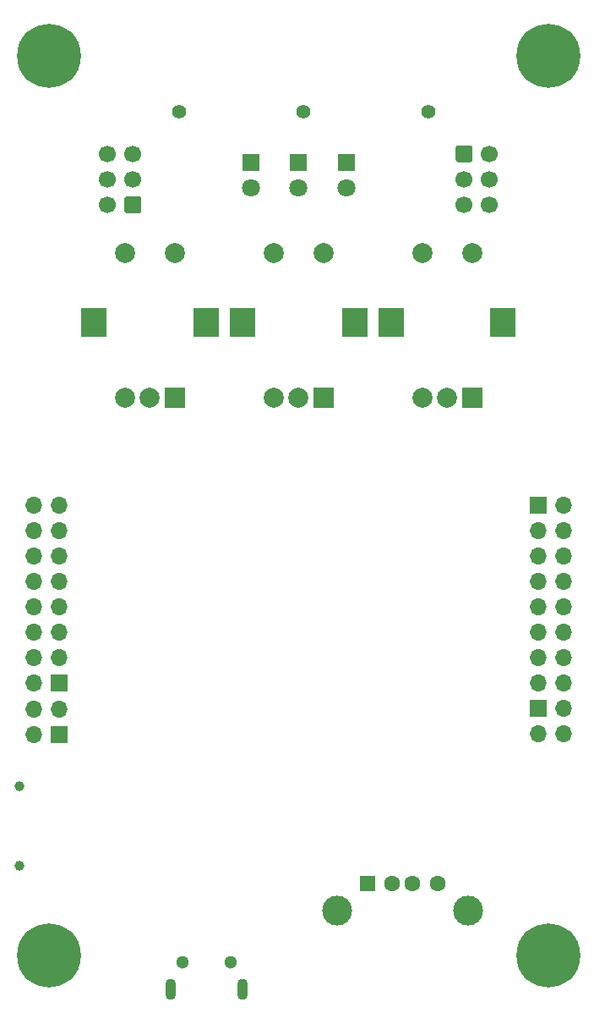
<source format=gbr>
%TF.GenerationSoftware,KiCad,Pcbnew,(5.1.8-0-10_14)*%
%TF.CreationDate,2021-03-24T11:52:58+01:00*%
%TF.ProjectId,KLST_TINY,4b4c5354-5f54-4494-9e59-2e6b69636164,0.1*%
%TF.SameCoordinates,Original*%
%TF.FileFunction,Soldermask,Bot*%
%TF.FilePolarity,Negative*%
%FSLAX46Y46*%
G04 Gerber Fmt 4.6, Leading zero omitted, Abs format (unit mm)*
G04 Created by KiCad (PCBNEW (5.1.8-0-10_14)) date 2021-03-24 11:52:58*
%MOMM*%
%LPD*%
G01*
G04 APERTURE LIST*
%ADD10C,1.400000*%
%ADD11O,1.700000X1.700000*%
%ADD12R,1.700000X1.700000*%
%ADD13C,1.700000*%
%ADD14O,1.070000X2.140000*%
%ADD15C,1.300000*%
%ADD16C,1.000000*%
%ADD17C,1.800000*%
%ADD18R,1.800000X1.800000*%
%ADD19C,1.600000*%
%ADD20R,1.600000X1.500000*%
%ADD21C,3.000000*%
%ADD22R,2.000000X2.000000*%
%ADD23C,2.000000*%
%ADD24R,2.500000X3.000000*%
%ADD25C,0.800000*%
%ADD26C,6.400000*%
G04 APERTURE END LIST*
D10*
%TO.C,J8*%
X142000000Y-63600000D03*
%TD*%
%TO.C,J7*%
X129500000Y-63600000D03*
%TD*%
%TO.C,J6*%
X117000000Y-63600000D03*
%TD*%
D11*
%TO.C,J13*%
X102460000Y-123340000D03*
X105000000Y-123340000D03*
X102460000Y-125880000D03*
D12*
X105000000Y-125880000D03*
%TD*%
D11*
%TO.C,J11*%
X155540000Y-125860000D03*
X153000000Y-125860000D03*
X155540000Y-123320000D03*
D12*
X153000000Y-123320000D03*
%TD*%
D13*
%TO.C,J12*%
X109860000Y-67820000D03*
X109860000Y-70360000D03*
X109860000Y-72900000D03*
X112400000Y-67820000D03*
X112400000Y-70360000D03*
G36*
G01*
X113250000Y-72300000D02*
X113250000Y-73500000D01*
G75*
G02*
X113000000Y-73750000I-250000J0D01*
G01*
X111800000Y-73750000D01*
G75*
G02*
X111550000Y-73500000I0J250000D01*
G01*
X111550000Y-72300000D01*
G75*
G02*
X111800000Y-72050000I250000J0D01*
G01*
X113000000Y-72050000D01*
G75*
G02*
X113250000Y-72300000I0J-250000D01*
G01*
G37*
%TD*%
D11*
%TO.C,J9*%
X102460000Y-103000000D03*
X105000000Y-103000000D03*
X102460000Y-105540000D03*
X105000000Y-105540000D03*
X102460000Y-108080000D03*
X105000000Y-108080000D03*
X102460000Y-110620000D03*
X105000000Y-110620000D03*
X102460000Y-113160000D03*
X105000000Y-113160000D03*
X102460000Y-115700000D03*
X105000000Y-115700000D03*
X102460000Y-118240000D03*
X105000000Y-118240000D03*
X102460000Y-120780000D03*
D12*
X105000000Y-120780000D03*
%TD*%
D11*
%TO.C,J4*%
X155540000Y-120780000D03*
X153000000Y-120780000D03*
X155540000Y-118240000D03*
X153000000Y-118240000D03*
X155540000Y-115700000D03*
X153000000Y-115700000D03*
X155540000Y-113160000D03*
X153000000Y-113160000D03*
X155540000Y-110620000D03*
X153000000Y-110620000D03*
X155540000Y-108080000D03*
X153000000Y-108080000D03*
X155540000Y-105540000D03*
X153000000Y-105540000D03*
X155540000Y-103000000D03*
D12*
X153000000Y-103000000D03*
%TD*%
D14*
%TO.C,J3*%
X123400000Y-151350000D03*
X116200000Y-151350000D03*
D15*
X122225000Y-148700000D03*
X117375000Y-148700000D03*
%TD*%
D16*
%TO.C,J1*%
X101000000Y-131050000D03*
X101000000Y-139050000D03*
%TD*%
D13*
%TO.C,J10*%
X148140000Y-72880000D03*
X148140000Y-70340000D03*
X148140000Y-67800000D03*
X145600000Y-72880000D03*
X145600000Y-70340000D03*
G36*
G01*
X144750000Y-68400000D02*
X144750000Y-67200000D01*
G75*
G02*
X145000000Y-66950000I250000J0D01*
G01*
X146200000Y-66950000D01*
G75*
G02*
X146450000Y-67200000I0J-250000D01*
G01*
X146450000Y-68400000D01*
G75*
G02*
X146200000Y-68650000I-250000J0D01*
G01*
X145000000Y-68650000D01*
G75*
G02*
X144750000Y-68400000I0J250000D01*
G01*
G37*
%TD*%
D17*
%TO.C,D3*%
X124200000Y-71240000D03*
D18*
X124200000Y-68700000D03*
%TD*%
D17*
%TO.C,D2*%
X129000000Y-71240000D03*
D18*
X129000000Y-68700000D03*
%TD*%
D17*
%TO.C,D1*%
X133800000Y-71240000D03*
D18*
X133800000Y-68700000D03*
%TD*%
D19*
%TO.C,J2*%
X142900000Y-140800000D03*
X140400000Y-140800000D03*
X138400000Y-140800000D03*
D20*
X135900000Y-140800000D03*
D21*
X145970000Y-143510000D03*
X132830000Y-143510000D03*
%TD*%
D22*
%TO.C,SW5*%
X116600000Y-92200000D03*
D23*
X114100000Y-92200000D03*
X111600000Y-92200000D03*
D24*
X119700000Y-84700000D03*
X108500000Y-84700000D03*
D23*
X116600000Y-77700000D03*
X111600000Y-77700000D03*
%TD*%
D22*
%TO.C,SW4*%
X131500000Y-92200000D03*
D23*
X129000000Y-92200000D03*
X126500000Y-92200000D03*
D24*
X134600000Y-84700000D03*
X123400000Y-84700000D03*
D23*
X131500000Y-77700000D03*
X126500000Y-77700000D03*
%TD*%
D22*
%TO.C,SW3*%
X146400000Y-92200000D03*
D23*
X143900000Y-92200000D03*
X141400000Y-92200000D03*
D24*
X149500000Y-84700000D03*
X138300000Y-84700000D03*
D23*
X146400000Y-77700000D03*
X141400000Y-77700000D03*
%TD*%
D25*
%TO.C,H4*%
X155697056Y-146302944D03*
X154000000Y-145600000D03*
X152302944Y-146302944D03*
X151600000Y-148000000D03*
X152302944Y-149697056D03*
X154000000Y-150400000D03*
X155697056Y-149697056D03*
X156400000Y-148000000D03*
D26*
X154000000Y-148000000D03*
%TD*%
D25*
%TO.C,H3*%
X105697056Y-146302944D03*
X104000000Y-145600000D03*
X102302944Y-146302944D03*
X101600000Y-148000000D03*
X102302944Y-149697056D03*
X104000000Y-150400000D03*
X105697056Y-149697056D03*
X106400000Y-148000000D03*
D26*
X104000000Y-148000000D03*
%TD*%
D25*
%TO.C,H2*%
X155697056Y-56302944D03*
X154000000Y-55600000D03*
X152302944Y-56302944D03*
X151600000Y-58000000D03*
X152302944Y-59697056D03*
X154000000Y-60400000D03*
X155697056Y-59697056D03*
X156400000Y-58000000D03*
D26*
X154000000Y-58000000D03*
%TD*%
D25*
%TO.C,H1*%
X105697056Y-56302944D03*
X104000000Y-55600000D03*
X102302944Y-56302944D03*
X101600000Y-58000000D03*
X102302944Y-59697056D03*
X104000000Y-60400000D03*
X105697056Y-59697056D03*
X106400000Y-58000000D03*
D26*
X104000000Y-58000000D03*
%TD*%
M02*

</source>
